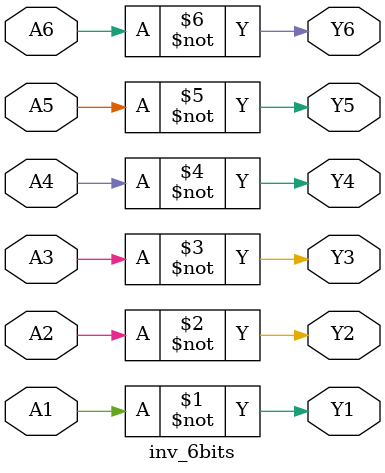
<source format=v>
`timescale 1ns / 1ps


module inv_6bits(
    input A1,A2,A3,A4,A5,A6,
    output Y1,Y2,Y3,Y4,Y5,Y6
    );
    
    not (Y1,A1);
    not (Y2,A2);
    not (Y3,A3);
    not (Y4,A4);
    not (Y5,A5);
    not (Y6,A6);
    
endmodule

</source>
